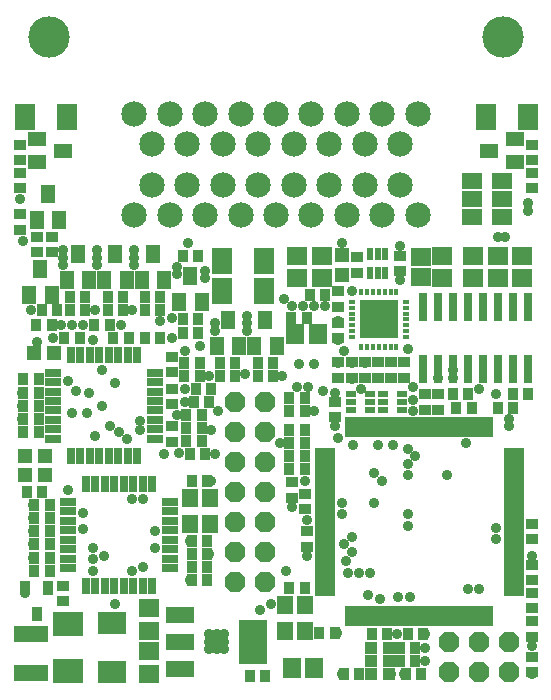
<source format=gts>
G04 EAGLE Gerber RS-274X export*
G75*
%MOMM*%
%FSLAX34Y34*%
%LPD*%
%INSoldermask Top*%
%IPPOS*%
%AMOC8*
5,1,8,0,0,1.08239X$1,22.5*%
G01*
%ADD10R,0.903200X1.103200*%
%ADD11R,1.103200X0.903200*%
%ADD12R,0.903200X1.203200*%
%ADD13R,1.203200X1.303200*%
%ADD14R,1.473200X0.762000*%
%ADD15R,0.762000X1.473200*%
%ADD16R,2.363200X1.983200*%
%ADD17R,1.003200X1.003200*%
%ADD18R,3.003200X1.403200*%
%ADD19R,1.403200X1.603200*%
%ADD20R,1.703200X1.503200*%
%ADD21R,2.603200X2.003200*%
%ADD22R,1.203200X1.603200*%
%ADD23R,0.803200X2.403200*%
%ADD24R,1.703200X0.553200*%
%ADD25R,0.553200X1.703200*%
%ADD26C,2.153200*%
%ADD27C,3.503200*%
%ADD28R,1.703200X2.303200*%
%ADD29R,1.603200X1.203200*%
%ADD30R,1.803400X1.371600*%
%ADD31R,0.300000X0.600000*%
%ADD32R,0.600000X0.300000*%
%ADD33R,3.300000X3.300000*%
%ADD34P,1.869504X8X292.500000*%
%ADD35P,1.869504X8X22.500000*%
%ADD36R,1.503200X1.703200*%
%ADD37R,0.603200X1.003200*%
%ADD38R,0.903200X0.503200*%
%ADD39R,2.438400X1.422400*%
%ADD40R,2.403200X3.803200*%
%ADD41C,0.914400*%


D10*
X23963Y238125D03*
X10963Y238125D03*
D11*
X136525Y220813D03*
X136525Y207813D03*
D10*
X84288Y306388D03*
X71288Y306388D03*
X27138Y165100D03*
X14138Y165100D03*
X127150Y295275D03*
X114150Y295275D03*
D12*
X22225Y62025D03*
X12725Y84025D03*
X31725Y84025D03*
D13*
X29138Y195263D03*
X12138Y195263D03*
X37075Y282575D03*
X20075Y282575D03*
D10*
X10963Y249238D03*
X23963Y249238D03*
D13*
X29138Y179388D03*
X12138Y179388D03*
D10*
X100163Y295275D03*
X87163Y295275D03*
D11*
X136525Y279550D03*
X136525Y266550D03*
X136525Y252563D03*
X136525Y239563D03*
D10*
X23963Y260350D03*
X10963Y260350D03*
D11*
X44450Y72875D03*
X44450Y85875D03*
X22225Y381150D03*
X22225Y368150D03*
X7938Y400200D03*
X7938Y387200D03*
X34925Y368150D03*
X34925Y381150D03*
D14*
X36449Y266125D03*
X36449Y258125D03*
X36449Y250125D03*
X36449Y242125D03*
X36449Y234125D03*
X36449Y226125D03*
X36449Y218125D03*
X36449Y210125D03*
D15*
X51375Y195199D03*
X59375Y195199D03*
X67375Y195199D03*
X75375Y195199D03*
X83375Y195199D03*
X91375Y195199D03*
X99375Y195199D03*
X107375Y195199D03*
D14*
X122301Y210125D03*
X122301Y218125D03*
X122301Y226125D03*
X122301Y234125D03*
X122301Y242125D03*
X122301Y250125D03*
X122301Y258125D03*
X122301Y266125D03*
D15*
X107375Y281051D03*
X99375Y281051D03*
X91375Y281051D03*
X83375Y281051D03*
X75375Y281051D03*
X67375Y281051D03*
X59375Y281051D03*
X51375Y281051D03*
D10*
X166838Y174625D03*
X153838Y174625D03*
X153838Y123825D03*
X166838Y123825D03*
X153838Y112713D03*
X166838Y112713D03*
X10963Y215900D03*
X23963Y215900D03*
X20488Y142875D03*
X33488Y142875D03*
X20488Y120650D03*
X33488Y120650D03*
X33488Y131763D03*
X20488Y131763D03*
X319238Y44450D03*
X306238Y44450D03*
D16*
X85725Y13038D03*
X85725Y53738D03*
D10*
X295425Y11113D03*
X282425Y11113D03*
D17*
X305238Y11113D03*
X320238Y11113D03*
D18*
X17463Y45075D03*
X17463Y12075D03*
D10*
X45888Y295275D03*
X58888Y295275D03*
X20488Y153988D03*
X33488Y153988D03*
X153838Y101600D03*
X166838Y101600D03*
X153838Y90488D03*
X166838Y90488D03*
D19*
X151838Y160225D03*
X151838Y138225D03*
X168838Y138225D03*
X168838Y160225D03*
D20*
X117475Y30138D03*
X117475Y11138D03*
X117475Y47650D03*
X117475Y66650D03*
D21*
X49213Y53588D03*
X49213Y13088D03*
D22*
X31750Y417400D03*
X41250Y395400D03*
X22250Y395400D03*
D10*
X162075Y207963D03*
X149075Y207963D03*
X249388Y217488D03*
X236388Y217488D03*
X170013Y252413D03*
X157013Y252413D03*
X236388Y184150D03*
X249388Y184150D03*
X236388Y195263D03*
X249388Y195263D03*
X249388Y244475D03*
X236388Y244475D03*
X162075Y219075D03*
X149075Y219075D03*
D11*
X238125Y160188D03*
X238125Y173188D03*
D10*
X155425Y241300D03*
X168425Y241300D03*
X236388Y206375D03*
X249388Y206375D03*
X152250Y196850D03*
X165250Y196850D03*
X162075Y230188D03*
X149075Y230188D03*
X249388Y233363D03*
X236388Y233363D03*
X20488Y98425D03*
X33488Y98425D03*
X33488Y109538D03*
X20488Y109538D03*
D11*
X322263Y261788D03*
X322263Y274788D03*
X311150Y261788D03*
X311150Y274788D03*
X333375Y274788D03*
X333375Y261788D03*
D10*
X377675Y236538D03*
X390675Y236538D03*
D11*
X441325Y138263D03*
X441325Y125263D03*
D10*
X274788Y46038D03*
X261788Y46038D03*
X249388Y84138D03*
X236388Y84138D03*
X145900Y365125D03*
X158900Y365125D03*
D20*
X433388Y346100D03*
X433388Y365100D03*
D10*
X425600Y236538D03*
X412600Y236538D03*
X425300Y247650D03*
X438300Y247650D03*
D23*
X412750Y269275D03*
X412750Y321275D03*
X400050Y269275D03*
X425450Y269275D03*
X438150Y269275D03*
X400050Y321275D03*
X425450Y321275D03*
X438150Y321275D03*
D10*
X253850Y331788D03*
X266850Y331788D03*
D20*
X263525Y346100D03*
X263525Y365100D03*
X242888Y346100D03*
X242888Y365100D03*
D11*
X330200Y352275D03*
X330200Y365275D03*
D20*
X347663Y347100D03*
X347663Y364100D03*
X365125Y346100D03*
X365125Y365100D03*
D10*
X147488Y263525D03*
X160488Y263525D03*
D11*
X361950Y234800D03*
X361950Y247800D03*
D10*
X374500Y247650D03*
X387500Y247650D03*
D23*
X361950Y269275D03*
X361950Y321275D03*
X349250Y269275D03*
X374650Y269275D03*
X387350Y269275D03*
X349250Y321275D03*
X374650Y321275D03*
X387350Y321275D03*
D20*
X392113Y346100D03*
X392113Y365100D03*
D10*
X147488Y274638D03*
X160488Y274638D03*
D11*
X277813Y335113D03*
X277813Y322113D03*
D13*
X280988Y365688D03*
X280988Y348688D03*
D11*
X293688Y363688D03*
X293688Y350688D03*
D24*
X266075Y199700D03*
X266075Y194700D03*
X266075Y189700D03*
X266075Y184700D03*
X266075Y179700D03*
X266075Y174700D03*
X266075Y169700D03*
X266075Y164700D03*
X266075Y159700D03*
X266075Y154700D03*
X266075Y149700D03*
X266075Y144700D03*
X266075Y139700D03*
X266075Y134700D03*
X266075Y129700D03*
X266075Y124700D03*
X266075Y119700D03*
X266075Y114700D03*
X266075Y109700D03*
X266075Y104700D03*
X266075Y99700D03*
X266075Y94700D03*
X266075Y89700D03*
X266075Y84700D03*
X266075Y79700D03*
D25*
X286075Y59700D03*
X291075Y59700D03*
X296075Y59700D03*
X301075Y59700D03*
X306075Y59700D03*
X311075Y59700D03*
X316075Y59700D03*
X321075Y59700D03*
X326075Y59700D03*
X331075Y59700D03*
X336075Y59700D03*
X341075Y59700D03*
X346075Y59700D03*
X351075Y59700D03*
X356075Y59700D03*
X361075Y59700D03*
X366075Y59700D03*
X371075Y59700D03*
X376075Y59700D03*
X381075Y59700D03*
X386075Y59700D03*
X391075Y59700D03*
X396075Y59700D03*
X401075Y59700D03*
X406075Y59700D03*
D24*
X426075Y79700D03*
X426075Y84700D03*
X426075Y89700D03*
X426075Y94700D03*
X426075Y99700D03*
X426075Y104700D03*
X426075Y109700D03*
X426075Y114700D03*
X426075Y119700D03*
X426075Y124700D03*
X426075Y129700D03*
X426075Y134700D03*
X426075Y139700D03*
X426075Y144700D03*
X426075Y149700D03*
X426075Y154700D03*
X426075Y159700D03*
X426075Y164700D03*
X426075Y169700D03*
X426075Y174700D03*
X426075Y179700D03*
X426075Y184700D03*
X426075Y189700D03*
X426075Y194700D03*
X426075Y199700D03*
D25*
X406075Y219700D03*
X401075Y219700D03*
X396075Y219700D03*
X391075Y219700D03*
X386075Y219700D03*
X381075Y219700D03*
X376075Y219700D03*
X371075Y219700D03*
X366075Y219700D03*
X361075Y219700D03*
X356075Y219700D03*
X351075Y219700D03*
X346075Y219700D03*
X341075Y219700D03*
X336075Y219700D03*
X331075Y219700D03*
X326075Y219700D03*
X321075Y219700D03*
X316075Y219700D03*
X311075Y219700D03*
X306075Y219700D03*
X301075Y219700D03*
X296075Y219700D03*
X291075Y219700D03*
X286075Y219700D03*
D11*
X274638Y241450D03*
X274638Y228450D03*
X249238Y150663D03*
X249238Y163663D03*
X350838Y247800D03*
X350838Y234800D03*
D19*
X232800Y69738D03*
X232800Y47738D03*
X249800Y47738D03*
X249800Y69738D03*
D11*
X250825Y131913D03*
X250825Y118913D03*
D10*
X22075Y306388D03*
X35075Y306388D03*
X39838Y319088D03*
X26838Y319088D03*
D22*
X25400Y353900D03*
X34900Y331900D03*
X15900Y331900D03*
D10*
X50650Y319088D03*
X63650Y319088D03*
X63650Y330200D03*
X50650Y330200D03*
D22*
X57150Y366600D03*
X66650Y344600D03*
X47650Y344600D03*
D10*
X177650Y263525D03*
X190650Y263525D03*
X190650Y274638D03*
X177650Y274638D03*
D22*
X184150Y311038D03*
X193650Y289038D03*
X174650Y289038D03*
D10*
X209400Y263525D03*
X222400Y263525D03*
X222400Y274638D03*
X209400Y274638D03*
D22*
X215900Y311038D03*
X225400Y289038D03*
X206400Y289038D03*
D10*
X145900Y300038D03*
X158900Y300038D03*
X158900Y311150D03*
X145900Y311150D03*
D22*
X152400Y347550D03*
X161900Y325550D03*
X142900Y325550D03*
D10*
X82400Y319088D03*
X95400Y319088D03*
X95400Y330200D03*
X82400Y330200D03*
D22*
X88900Y366600D03*
X98400Y344600D03*
X79400Y344600D03*
D10*
X114150Y319088D03*
X127150Y319088D03*
X127150Y330200D03*
X114150Y330200D03*
D22*
X120650Y366600D03*
X130150Y344600D03*
X111150Y344600D03*
D26*
X345000Y484925D03*
X315000Y484925D03*
X285000Y484925D03*
X255000Y484925D03*
X225000Y484925D03*
X195000Y484925D03*
X165000Y484925D03*
X135000Y484925D03*
X105000Y484925D03*
X330000Y459925D03*
X300000Y459925D03*
X270000Y459925D03*
X240000Y459925D03*
X210000Y459925D03*
X180000Y459925D03*
X150000Y459925D03*
X120000Y459925D03*
X330000Y424925D03*
X300000Y424925D03*
X270000Y424925D03*
X240000Y424925D03*
X210000Y424925D03*
X180000Y424925D03*
X150000Y424925D03*
X120000Y424925D03*
X345000Y399925D03*
X315000Y399925D03*
X285000Y399925D03*
X255000Y399925D03*
X225000Y399925D03*
X195000Y399925D03*
X165000Y399925D03*
X135000Y399925D03*
X105000Y399925D03*
D27*
X417500Y549925D03*
X32500Y549925D03*
D28*
X214850Y360363D03*
X178850Y360363D03*
X214850Y334963D03*
X178850Y334963D03*
D11*
X300038Y274788D03*
X300038Y261788D03*
X288925Y274788D03*
X288925Y261788D03*
D10*
X336400Y44450D03*
X349400Y44450D03*
D11*
X7938Y435125D03*
X7938Y422125D03*
X7938Y445938D03*
X7938Y458938D03*
D29*
X44338Y454025D03*
X22338Y444525D03*
X22338Y463525D03*
D28*
X48163Y482600D03*
X12163Y482600D03*
D11*
X441325Y435125D03*
X441325Y422125D03*
X441325Y458938D03*
X441325Y445938D03*
D29*
X404925Y454025D03*
X426925Y463525D03*
X426925Y444525D03*
D28*
X402688Y482600D03*
X438688Y482600D03*
D10*
X330050Y33338D03*
X343050Y33338D03*
D17*
X320238Y33338D03*
X305238Y33338D03*
D10*
X330050Y22225D03*
X343050Y22225D03*
D17*
X320238Y22225D03*
X305238Y22225D03*
D11*
X441325Y79525D03*
X441325Y66525D03*
X441325Y42713D03*
X441325Y55713D03*
X441325Y103338D03*
X441325Y90338D03*
D10*
X250975Y312738D03*
X237975Y312738D03*
D20*
X412750Y365100D03*
X412750Y346100D03*
D30*
X390717Y397513D03*
X390717Y412753D03*
X390717Y427993D03*
D31*
X326944Y334150D03*
X321944Y334150D03*
X316944Y334150D03*
X311944Y334150D03*
X306944Y334150D03*
X301944Y334150D03*
X296944Y334150D03*
D32*
X288944Y326150D03*
X288944Y321150D03*
X288944Y316150D03*
X288944Y311150D03*
X288944Y306150D03*
X288944Y301150D03*
X288944Y296150D03*
D31*
X296944Y288150D03*
X301944Y288150D03*
X306944Y288150D03*
X311944Y288150D03*
X316944Y288150D03*
X321944Y288150D03*
X326944Y288150D03*
D32*
X334944Y296150D03*
X334944Y301150D03*
X334944Y306150D03*
X334944Y311150D03*
X334944Y316150D03*
X334944Y321150D03*
X334944Y326150D03*
D33*
X311944Y311150D03*
D14*
X135001Y100588D03*
X135001Y108588D03*
X135001Y116588D03*
X135001Y124588D03*
X135001Y132588D03*
X135001Y140588D03*
X135001Y148588D03*
X135001Y156588D03*
D15*
X120075Y171514D03*
X112075Y171514D03*
X104075Y171514D03*
X96075Y171514D03*
X88075Y171514D03*
X80075Y171514D03*
X72075Y171514D03*
X64075Y171514D03*
D14*
X49149Y156588D03*
X49149Y148588D03*
X49149Y140588D03*
X49149Y132588D03*
X49149Y124588D03*
X49149Y116588D03*
X49149Y108588D03*
X49149Y100588D03*
D15*
X64075Y85662D03*
X72075Y85662D03*
X80075Y85662D03*
X88075Y85662D03*
X96075Y85662D03*
X104075Y85662D03*
X112075Y85662D03*
X120075Y85662D03*
D34*
X190500Y241300D03*
X215900Y241300D03*
X190500Y215900D03*
X215900Y215900D03*
X190500Y190500D03*
X215900Y190500D03*
X190500Y165100D03*
X215900Y165100D03*
X190500Y139700D03*
X215900Y139700D03*
X190500Y114300D03*
X215900Y114300D03*
X190500Y88900D03*
X215900Y88900D03*
D35*
X371475Y12700D03*
X371475Y38100D03*
X396875Y12700D03*
X396875Y38100D03*
X422275Y12700D03*
X422275Y38100D03*
D10*
X10963Y227013D03*
X23963Y227013D03*
D36*
X260325Y298450D03*
X241325Y298450D03*
D37*
X304650Y350775D03*
X311150Y350775D03*
X317650Y350775D03*
X317650Y366775D03*
X311150Y366775D03*
X304650Y366775D03*
D11*
X277813Y295125D03*
X277813Y308125D03*
X277813Y274788D03*
X277813Y261788D03*
D10*
X334813Y11113D03*
X347813Y11113D03*
D11*
X441325Y12550D03*
X441325Y25550D03*
D30*
X415925Y427990D03*
X415925Y412750D03*
X415925Y397510D03*
D36*
X238150Y15875D03*
X257150Y15875D03*
D38*
X331850Y234800D03*
X331850Y241300D03*
X331850Y247800D03*
X315850Y247800D03*
X315850Y241300D03*
X315850Y234800D03*
X288863Y247800D03*
X288863Y241300D03*
X288863Y234800D03*
X304863Y234800D03*
X304863Y241300D03*
X304863Y247800D03*
D39*
X143637Y61214D03*
X143637Y38100D03*
X143637Y14986D03*
D40*
X205615Y38100D03*
D10*
X216050Y9525D03*
X203050Y9525D03*
D41*
X77788Y268288D03*
X93663Y306388D03*
X142875Y198438D03*
X169863Y174625D03*
X120650Y31750D03*
X114300Y31750D03*
X90488Y57150D03*
X90488Y49213D03*
X80963Y49213D03*
X36513Y295275D03*
X41275Y392113D03*
X136525Y295275D03*
X9525Y249238D03*
X19050Y131763D03*
X19050Y120650D03*
X19050Y142875D03*
X19050Y153988D03*
X17463Y46038D03*
X7938Y46038D03*
X26988Y46038D03*
X19050Y109538D03*
X152400Y123825D03*
X152400Y90488D03*
X327025Y44450D03*
X212725Y31750D03*
X206375Y38100D03*
X305594Y317500D03*
X318294Y304800D03*
X280988Y376238D03*
X200025Y301625D03*
X173038Y301625D03*
X104775Y357188D03*
X73025Y357188D03*
X44450Y363538D03*
X341313Y242888D03*
X290513Y204788D03*
X274638Y249238D03*
X374650Y268288D03*
X374650Y261938D03*
X44450Y357188D03*
X73025Y363538D03*
X104775Y363538D03*
X141288Y349250D03*
X173038Y307975D03*
X311150Y261938D03*
X280988Y11113D03*
X233363Y46038D03*
X249238Y71438D03*
X200025Y38100D03*
X200025Y31750D03*
X80963Y57150D03*
X238125Y152400D03*
X330200Y373063D03*
X165100Y346075D03*
X228600Y206375D03*
X411163Y134938D03*
X12700Y79375D03*
X169863Y217488D03*
X147638Y241300D03*
X147638Y252413D03*
X41275Y398463D03*
X141288Y355600D03*
X165100Y352425D03*
X73025Y369888D03*
X104775Y369888D03*
X200025Y307975D03*
X200025Y314325D03*
X441325Y34925D03*
X387350Y82550D03*
X350838Y22225D03*
X350838Y33338D03*
X423863Y463550D03*
X430213Y463550D03*
X19050Y444500D03*
X25400Y444500D03*
X44450Y369888D03*
X412750Y381000D03*
X419100Y381000D03*
X280988Y146050D03*
X318294Y317500D03*
X305594Y304800D03*
X422275Y227013D03*
X422275Y220663D03*
X441325Y111125D03*
X168275Y112713D03*
X276225Y46038D03*
X9525Y238125D03*
X9525Y227013D03*
X238125Y322263D03*
X257175Y273050D03*
X122238Y131763D03*
X122238Y117475D03*
X61913Y133350D03*
X206375Y44450D03*
X212725Y44450D03*
X120650Y47625D03*
X114300Y47625D03*
X200025Y44450D03*
X212725Y38100D03*
X206375Y31750D03*
X109538Y225425D03*
X52388Y231775D03*
X109538Y217488D03*
X296863Y252413D03*
X274638Y220663D03*
X174625Y31750D03*
X180975Y31750D03*
X168275Y38100D03*
X168275Y31750D03*
X174625Y38100D03*
X180975Y38100D03*
X147638Y284163D03*
X257175Y233363D03*
X411163Y125413D03*
X322263Y11113D03*
X385763Y206375D03*
X396875Y82550D03*
X250825Y141288D03*
X312738Y74613D03*
X176213Y233363D03*
X136525Y312738D03*
X280988Y155575D03*
X61913Y147638D03*
X350838Y44450D03*
X247650Y322263D03*
X231775Y328613D03*
X277813Y274638D03*
X333375Y11113D03*
X441325Y11113D03*
X387350Y396875D03*
X393700Y396875D03*
X168275Y44450D03*
X174625Y44450D03*
X180975Y44450D03*
X69850Y293688D03*
X88900Y69850D03*
X66675Y249238D03*
X52388Y306388D03*
X61913Y306388D03*
X49213Y258763D03*
X22225Y292100D03*
X79375Y111125D03*
X71438Y212725D03*
X303213Y77788D03*
X341313Y233363D03*
X11113Y377825D03*
X65088Y231775D03*
X55563Y250825D03*
X77788Y238125D03*
X17463Y319088D03*
X98425Y209550D03*
X92075Y215900D03*
X130175Y196850D03*
X84138Y220663D03*
X49213Y166688D03*
X88900Y257175D03*
X69850Y117475D03*
X69850Y98425D03*
X328613Y76200D03*
X336550Y285750D03*
X336550Y188913D03*
X341313Y254000D03*
X342900Y195263D03*
X233363Y98425D03*
X311150Y204788D03*
X141288Y230188D03*
X242888Y254000D03*
X69850Y107950D03*
X336550Y201613D03*
X173038Y196850D03*
X323850Y204788D03*
X304800Y96838D03*
X250825Y111125D03*
X249238Y174625D03*
X252413Y254000D03*
X168275Y263525D03*
X282575Y284163D03*
X265113Y250825D03*
X277813Y211138D03*
X42863Y306388D03*
X288925Y127000D03*
X71438Y319088D03*
X282575Y120650D03*
X25400Y357188D03*
X25400Y350838D03*
X438150Y403225D03*
X438150Y409575D03*
X257175Y322263D03*
X266700Y322263D03*
X288925Y334963D03*
X330200Y344488D03*
X361950Y261938D03*
X396875Y252413D03*
X160338Y288925D03*
X285750Y96838D03*
X230188Y263525D03*
X295275Y96838D03*
X198438Y265113D03*
X307975Y155575D03*
X103188Y319088D03*
X288925Y114300D03*
X127000Y309563D03*
X284163Y106363D03*
X277813Y293688D03*
X288925Y274638D03*
X300038Y274638D03*
X314325Y174625D03*
X244475Y273050D03*
X288925Y260350D03*
X307975Y180975D03*
X150813Y376238D03*
X338138Y76200D03*
X7938Y412750D03*
X369888Y179388D03*
X336550Y179388D03*
X112713Y158750D03*
X220663Y69850D03*
X103188Y158750D03*
X211138Y65088D03*
X42863Y17463D03*
X49213Y17463D03*
X55563Y17463D03*
X55563Y9525D03*
X49213Y9525D03*
X42863Y9525D03*
X179388Y334963D03*
X277813Y309563D03*
X387350Y428625D03*
X393700Y428625D03*
X411163Y247650D03*
X336550Y136525D03*
X336550Y146050D03*
X103188Y98425D03*
X112713Y101600D03*
X412750Y412750D03*
X419100Y412750D03*
M02*

</source>
